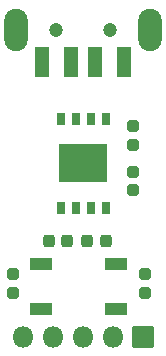
<source format=gbr>
G04 #@! TF.GenerationSoftware,KiCad,Pcbnew,6.0.11+dfsg-1*
G04 #@! TF.CreationDate,2024-04-11T19:32:10+03:00*
G04 #@! TF.ProjectId,PocketAdmin,506f636b-6574-4416-946d-696e2e6b6963,1.3*
G04 #@! TF.SameCoordinates,PX7bfa480PY42c1d80*
G04 #@! TF.FileFunction,Soldermask,Top*
G04 #@! TF.FilePolarity,Negative*
%FSLAX46Y46*%
G04 Gerber Fmt 4.6, Leading zero omitted, Abs format (unit mm)*
G04 Created by KiCad (PCBNEW 6.0.11+dfsg-1) date 2024-04-11 19:32:10*
%MOMM*%
%LPD*%
G01*
G04 APERTURE LIST*
G04 Aperture macros list*
%AMRoundRect*
0 Rectangle with rounded corners*
0 $1 Rounding radius*
0 $2 $3 $4 $5 $6 $7 $8 $9 X,Y pos of 4 corners*
0 Add a 4 corners polygon primitive as box body*
4,1,4,$2,$3,$4,$5,$6,$7,$8,$9,$2,$3,0*
0 Add four circle primitives for the rounded corners*
1,1,$1+$1,$2,$3*
1,1,$1+$1,$4,$5*
1,1,$1+$1,$6,$7*
1,1,$1+$1,$8,$9*
0 Add four rect primitives between the rounded corners*
20,1,$1+$1,$2,$3,$4,$5,0*
20,1,$1+$1,$4,$5,$6,$7,0*
20,1,$1+$1,$6,$7,$8,$9,0*
20,1,$1+$1,$8,$9,$2,$3,0*%
G04 Aperture macros list end*
%ADD10C,1.200000*%
%ADD11RoundRect,0.050000X0.550000X-1.250000X0.550000X1.250000X-0.550000X1.250000X-0.550000X-1.250000X0*%
%ADD12O,2.000000X3.600000*%
%ADD13RoundRect,0.050000X-0.850000X-0.500000X0.850000X-0.500000X0.850000X0.500000X-0.850000X0.500000X0*%
%ADD14RoundRect,0.268750X0.218750X0.256250X-0.218750X0.256250X-0.218750X-0.256250X0.218750X-0.256250X0*%
%ADD15RoundRect,0.050000X-0.850000X0.850000X-0.850000X-0.850000X0.850000X-0.850000X0.850000X0.850000X0*%
%ADD16O,1.800000X1.800000*%
%ADD17RoundRect,0.268750X0.256250X-0.218750X0.256250X0.218750X-0.256250X0.218750X-0.256250X-0.218750X0*%
%ADD18RoundRect,0.268750X-0.256250X0.218750X-0.256250X-0.218750X0.256250X-0.218750X0.256250X0.218750X0*%
%ADD19RoundRect,0.050000X-0.300000X0.500000X-0.300000X-0.500000X0.300000X-0.500000X0.300000X0.500000X0*%
%ADD20RoundRect,0.050000X-2.000000X1.600000X-2.000000X-1.600000X2.000000X-1.600000X2.000000X1.600000X0*%
G04 APERTURE END LIST*
D10*
X5200000Y-3100000D03*
X9800000Y-3100000D03*
D11*
X4000000Y-5850000D03*
X6500000Y-5850000D03*
X8500000Y-5850000D03*
X11000000Y-5850000D03*
D12*
X13200000Y-3100000D03*
X1800000Y-3100000D03*
D13*
X3950000Y-22950000D03*
X10250000Y-22950000D03*
X10250000Y-26750000D03*
X3950000Y-26750000D03*
D14*
X6175000Y-21000000D03*
X4600000Y-21000000D03*
D15*
X12600000Y-29100000D03*
D16*
X10060000Y-29100000D03*
X7520000Y-29100000D03*
X4980000Y-29100000D03*
X2440000Y-29100000D03*
D17*
X11700000Y-12850000D03*
X11700000Y-11275000D03*
D18*
X11700000Y-15112500D03*
X11700000Y-16687500D03*
D14*
X9437500Y-21000000D03*
X7862500Y-21000000D03*
D18*
X1600000Y-23800000D03*
X1600000Y-25375000D03*
D17*
X12700000Y-25375000D03*
X12700000Y-23800000D03*
D19*
X9405000Y-10650000D03*
X8135000Y-10650000D03*
X6865000Y-10650000D03*
X5595000Y-10650000D03*
X5595000Y-18150000D03*
X6865000Y-18150000D03*
X8135000Y-18150000D03*
X9405000Y-18150000D03*
D20*
X7500000Y-14400000D03*
M02*

</source>
